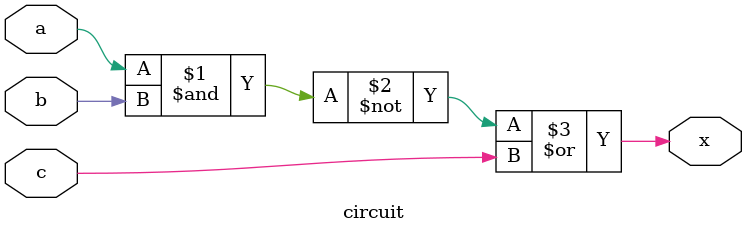
<source format=v>

module circuit (a, b, c, x); //we describe all the variables
input a, b, c; //inputs are a b and c
output x; //output is x
assign x = ~(a&b)|c; //boolean expression for x = not (a and b) or c
endmodule

</source>
